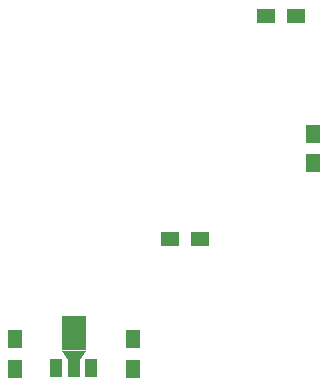
<source format=gtp>
G04 #@! TF.FileFunction,Paste,Top*
%FSLAX46Y46*%
G04 Gerber Fmt 4.6, Leading zero omitted, Abs format (unit mm)*
G04 Created by KiCad (PCBNEW 4.0.1-stable) date Monday, April 10, 2017 'AMt' 12:08:22 AM*
%MOMM*%
G01*
G04 APERTURE LIST*
%ADD10C,0.100000*%
%ADD11R,1.250000X1.500000*%
%ADD12R,1.500000X1.250000*%
%ADD13R,1.000000X1.500000*%
%ADD14R,2.000000X3.000000*%
G04 APERTURE END LIST*
D10*
D11*
X167020000Y-85390000D03*
X167020000Y-87890000D03*
D12*
X154940000Y-94280000D03*
X157440000Y-94280000D03*
D11*
X141820000Y-102800000D03*
X141820000Y-105300000D03*
X151800000Y-102800000D03*
X151800000Y-105300000D03*
D13*
X145280000Y-105250000D03*
X146780000Y-105250000D03*
X148280000Y-105250000D03*
D14*
X146780000Y-102290000D03*
D10*
G36*
X147780000Y-103765000D02*
X147280000Y-104515000D01*
X146280000Y-104515000D01*
X145780000Y-103765000D01*
X147780000Y-103765000D01*
X147780000Y-103765000D01*
G37*
D12*
X163060000Y-75440000D03*
X165560000Y-75440000D03*
M02*

</source>
